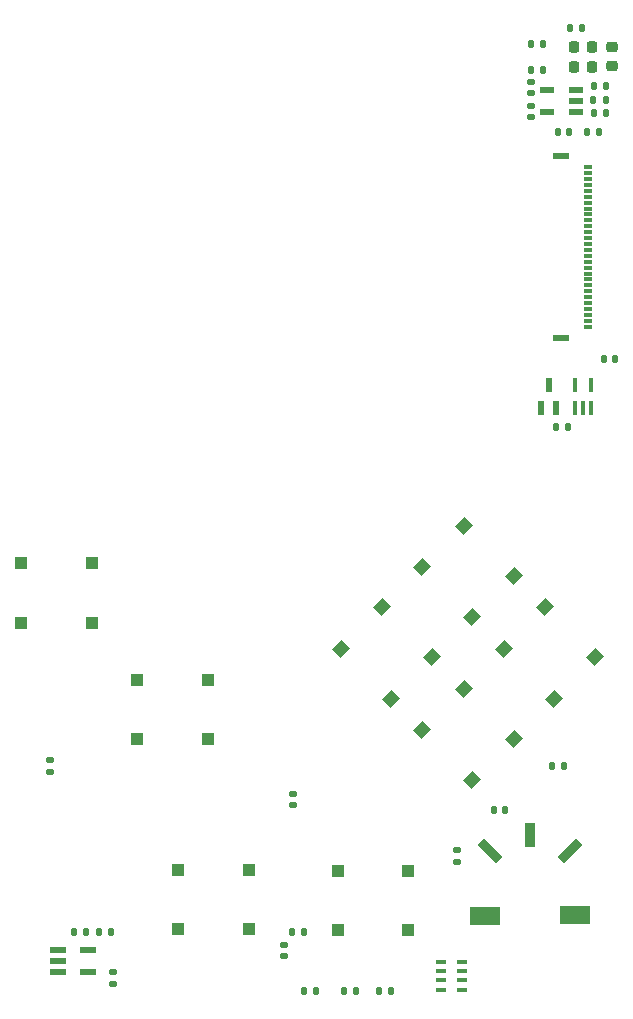
<source format=gbr>
%TF.GenerationSoftware,KiCad,Pcbnew,7.0.1*%
%TF.CreationDate,2024-09-27T15:08:14-07:00*%
%TF.ProjectId,agbc,61676263-2e6b-4696-9361-645f70636258,02*%
%TF.SameCoordinates,Original*%
%TF.FileFunction,Paste,Bot*%
%TF.FilePolarity,Positive*%
%FSLAX46Y46*%
G04 Gerber Fmt 4.6, Leading zero omitted, Abs format (unit mm)*
G04 Created by KiCad (PCBNEW 7.0.1) date 2024-09-27 15:08:14*
%MOMM*%
%LPD*%
G01*
G04 APERTURE LIST*
G04 Aperture macros list*
%AMRoundRect*
0 Rectangle with rounded corners*
0 $1 Rounding radius*
0 $2 $3 $4 $5 $6 $7 $8 $9 X,Y pos of 4 corners*
0 Add a 4 corners polygon primitive as box body*
4,1,4,$2,$3,$4,$5,$6,$7,$8,$9,$2,$3,0*
0 Add four circle primitives for the rounded corners*
1,1,$1+$1,$2,$3*
1,1,$1+$1,$4,$5*
1,1,$1+$1,$6,$7*
1,1,$1+$1,$8,$9*
0 Add four rect primitives between the rounded corners*
20,1,$1+$1,$2,$3,$4,$5,0*
20,1,$1+$1,$4,$5,$6,$7,0*
20,1,$1+$1,$6,$7,$8,$9,0*
20,1,$1+$1,$8,$9,$2,$3,0*%
%AMRotRect*
0 Rectangle, with rotation*
0 The origin of the aperture is its center*
0 $1 length*
0 $2 width*
0 $3 Rotation angle, in degrees counterclockwise*
0 Add horizontal line*
21,1,$1,$2,0,0,$3*%
G04 Aperture macros list end*
%ADD10RoundRect,0.140000X0.140000X0.170000X-0.140000X0.170000X-0.140000X-0.170000X0.140000X-0.170000X0*%
%ADD11R,1.000000X1.100000*%
%ADD12RoundRect,0.140000X0.170000X-0.140000X0.170000X0.140000X-0.170000X0.140000X-0.170000X-0.140000X0*%
%ADD13RoundRect,0.218750X-0.218750X-0.256250X0.218750X-0.256250X0.218750X0.256250X-0.218750X0.256250X0*%
%ADD14RotRect,0.800000X2.200000X225.000000*%
%ADD15R,2.600000X1.500000*%
%ADD16RotRect,0.800000X2.200000X135.000000*%
%ADD17R,0.823000X2.000000*%
%ADD18RoundRect,0.135000X0.135000X0.185000X-0.135000X0.185000X-0.135000X-0.185000X0.135000X-0.185000X0*%
%ADD19RoundRect,0.140000X-0.140000X-0.170000X0.140000X-0.170000X0.140000X0.170000X-0.140000X0.170000X0*%
%ADD20RoundRect,0.135000X-0.135000X-0.185000X0.135000X-0.185000X0.135000X0.185000X-0.135000X0.185000X0*%
%ADD21R,1.200000X0.600000*%
%ADD22R,0.900000X0.400000*%
%ADD23RotRect,1.000000X1.100000X315.000000*%
%ADD24RoundRect,0.218750X0.218750X0.256250X-0.218750X0.256250X-0.218750X-0.256250X0.218750X-0.256250X0*%
%ADD25RoundRect,0.218750X0.256250X-0.218750X0.256250X0.218750X-0.256250X0.218750X-0.256250X-0.218750X0*%
%ADD26RoundRect,0.135000X-0.185000X0.135000X-0.185000X-0.135000X0.185000X-0.135000X0.185000X0.135000X0*%
%ADD27R,0.550000X1.150000*%
%ADD28RoundRect,0.140000X-0.170000X0.140000X-0.170000X-0.140000X0.170000X-0.140000X0.170000X0.140000X0*%
%ADD29R,0.400000X1.200000*%
%ADD30R,0.650000X0.300000*%
%ADD31R,1.313000X0.550000*%
%ADD32R,1.400000X0.600000*%
G04 APERTURE END LIST*
D10*
%TO.C,C12*%
X163150000Y-77825000D03*
X162190000Y-77825000D03*
%TD*%
D11*
%TO.C,SW6*%
X128700000Y-105050000D03*
X122700000Y-105050000D03*
X128700000Y-110050000D03*
X122700000Y-110050000D03*
%TD*%
D12*
%TO.C,C27*%
X156050000Y-55340000D03*
X156050000Y-54380000D03*
%TD*%
%TO.C,C26*%
X156050000Y-57350000D03*
X156050000Y-56390000D03*
%TD*%
%TO.C,C16*%
X120625000Y-130725000D03*
X120625000Y-129765000D03*
%TD*%
D13*
%TO.C,D3*%
X159650000Y-53150000D03*
X161225000Y-53150000D03*
%TD*%
D14*
%TO.C,VR1*%
X152550000Y-119450000D03*
D15*
X159750000Y-124950000D03*
D16*
X159350000Y-119450000D03*
D17*
X155961500Y-118150000D03*
D15*
X152150000Y-124973000D03*
%TD*%
D18*
%TO.C,R22*%
X118335000Y-126350000D03*
X117315000Y-126350000D03*
%TD*%
D19*
%TO.C,C30*%
X158290000Y-58600000D03*
X159250000Y-58600000D03*
%TD*%
D20*
%TO.C,R2*%
X135780000Y-126350000D03*
X136800000Y-126350000D03*
%TD*%
D21*
%TO.C,U9*%
X159860000Y-55050000D03*
X159860000Y-56000000D03*
X159860000Y-56950000D03*
X157360000Y-56950000D03*
X157360000Y-55050000D03*
%TD*%
D22*
%TO.C,RN1*%
X148450000Y-131250000D03*
X148450000Y-130450000D03*
X148450000Y-129650000D03*
X148450000Y-128850000D03*
X150150000Y-128850000D03*
X150150000Y-129650000D03*
X150150000Y-130450000D03*
X150150000Y-131250000D03*
%TD*%
D23*
%TO.C,SW4*%
X153705245Y-102369218D03*
X157947885Y-106611858D03*
X157240779Y-98833684D03*
X161483419Y-103076324D03*
%TD*%
D10*
%TO.C,C28*%
X161750000Y-58600000D03*
X160790000Y-58600000D03*
%TD*%
%TO.C,C10*%
X153850000Y-116000000D03*
X152890000Y-116000000D03*
%TD*%
D18*
%TO.C,R19*%
X162340000Y-55900000D03*
X161320000Y-55900000D03*
%TD*%
D10*
%TO.C,C6*%
X144150000Y-131350000D03*
X143190000Y-131350000D03*
%TD*%
D18*
%TO.C,R15*%
X158825000Y-112325000D03*
X157805000Y-112325000D03*
%TD*%
%TO.C,R21*%
X162350000Y-54700000D03*
X161330000Y-54700000D03*
%TD*%
D10*
%TO.C,C3*%
X141200000Y-131350000D03*
X140240000Y-131350000D03*
%TD*%
D18*
%TO.C,R12*%
X120460000Y-126350000D03*
X119440000Y-126350000D03*
%TD*%
D10*
%TO.C,C4*%
X137800000Y-131350000D03*
X136840000Y-131350000D03*
%TD*%
D24*
%TO.C,D2*%
X161225000Y-51450000D03*
X159650000Y-51450000D03*
%TD*%
D25*
%TO.C,D1*%
X162850000Y-52987500D03*
X162850000Y-51412500D03*
%TD*%
D18*
%TO.C,R20*%
X162350000Y-57050000D03*
X161330000Y-57050000D03*
%TD*%
%TO.C,R18*%
X157035000Y-53350000D03*
X156015000Y-53350000D03*
%TD*%
D26*
%TO.C,R5*%
X115275000Y-111765000D03*
X115275000Y-112785000D03*
%TD*%
D11*
%TO.C,SW8*%
X145650000Y-121150000D03*
X139650000Y-121150000D03*
X145650000Y-126150000D03*
X139650000Y-126150000D03*
%TD*%
%TO.C,SW7*%
X132172025Y-121100000D03*
X126172025Y-121100000D03*
X132172025Y-126100000D03*
X126172025Y-126100000D03*
%TD*%
D27*
%TO.C,Q2*%
X158175000Y-82000000D03*
X156875000Y-82000000D03*
X157525000Y-80000000D03*
%TD*%
D10*
%TO.C,C29*%
X159130000Y-83575000D03*
X158170000Y-83575000D03*
%TD*%
D11*
%TO.C,SW5*%
X118850000Y-95150000D03*
X112850000Y-95150000D03*
X118850000Y-100150000D03*
X112850000Y-100150000D03*
%TD*%
D28*
%TO.C,C9*%
X135850000Y-114670000D03*
X135850000Y-115630000D03*
%TD*%
D20*
%TO.C,R17*%
X156000000Y-51200000D03*
X157020000Y-51200000D03*
%TD*%
D23*
%TO.C,SW2*%
X146805245Y-109269218D03*
X151047885Y-113511858D03*
X150340779Y-105733684D03*
X154583419Y-109976324D03*
%TD*%
D29*
%TO.C,IC2*%
X161075000Y-81950000D03*
X160425000Y-81950000D03*
X159775000Y-81950000D03*
X159775000Y-80050000D03*
X161075000Y-80050000D03*
%TD*%
D26*
%TO.C,R16*%
X149800000Y-119430000D03*
X149800000Y-120450000D03*
%TD*%
D23*
%TO.C,SW3*%
X146805245Y-95469218D03*
X151047885Y-99711858D03*
X150340779Y-91933684D03*
X154583419Y-96176324D03*
%TD*%
D28*
%TO.C,C2*%
X135100000Y-127450000D03*
X135100000Y-128410000D03*
%TD*%
D23*
%TO.C,SW1*%
X139905245Y-102369218D03*
X144147885Y-106611858D03*
X143440779Y-98833684D03*
X147683419Y-103076324D03*
%TD*%
D20*
%TO.C,R9*%
X159330000Y-49775000D03*
X160350000Y-49775000D03*
%TD*%
D30*
%TO.C,J3*%
X160875000Y-75100000D03*
X160875000Y-74600000D03*
X160875000Y-74100000D03*
X160875000Y-73600000D03*
X160875000Y-73100000D03*
X160875000Y-72600000D03*
X160875000Y-72100000D03*
X160875000Y-71600000D03*
X160875000Y-71100000D03*
X160875000Y-70600000D03*
X160875000Y-70100000D03*
X160875000Y-69600000D03*
X160875000Y-69100000D03*
X160875000Y-68600000D03*
X160875000Y-68100000D03*
X160875000Y-67600000D03*
X160875000Y-67100000D03*
X160875000Y-66600000D03*
X160875000Y-66100000D03*
X160875000Y-65600000D03*
X160875000Y-65100000D03*
X160875000Y-64600000D03*
X160875000Y-64100000D03*
X160875000Y-63600000D03*
X160875000Y-63100000D03*
X160875000Y-62600000D03*
X160875000Y-62100000D03*
X160875000Y-61600000D03*
D31*
X158543500Y-76025000D03*
X158543500Y-60675000D03*
%TD*%
D32*
%TO.C,IC1*%
X116000000Y-129750000D03*
X116000000Y-128800000D03*
X116000000Y-127850000D03*
X118500000Y-127850000D03*
X118500000Y-129750000D03*
%TD*%
M02*

</source>
